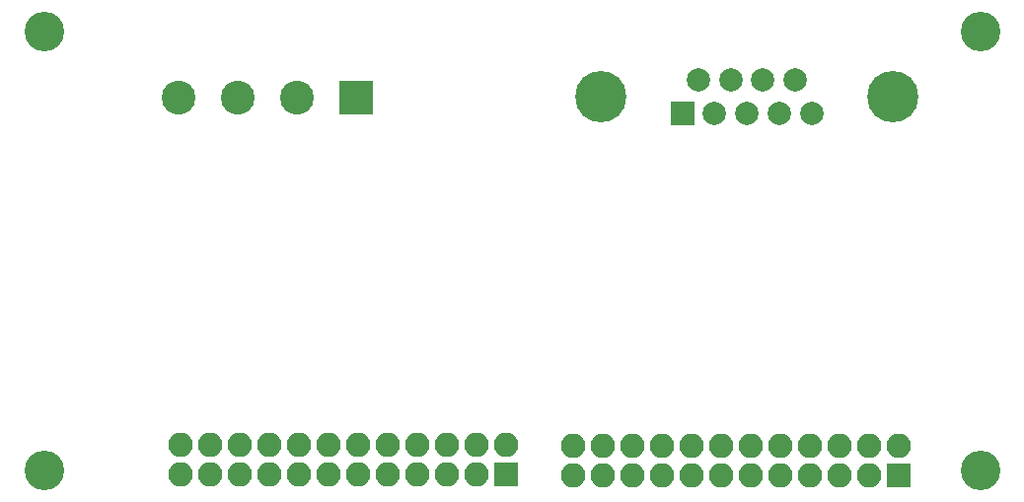
<source format=gbr>
G04 #@! TF.GenerationSoftware,KiCad,Pcbnew,(5.0.0)*
G04 #@! TF.CreationDate,2019-03-26T18:29:11-05:00*
G04 #@! TF.ProjectId,PP_OCT,50505F4F43542E6B696361645F706362,rev?*
G04 #@! TF.SameCoordinates,Original*
G04 #@! TF.FileFunction,Soldermask,Bot*
G04 #@! TF.FilePolarity,Negative*
%FSLAX46Y46*%
G04 Gerber Fmt 4.6, Leading zero omitted, Abs format (unit mm)*
G04 Created by KiCad (PCBNEW (5.0.0)) date 03/26/19 18:29:11*
%MOMM*%
%LPD*%
G01*
G04 APERTURE LIST*
%ADD10C,3.400000*%
%ADD11R,2.100000X2.100000*%
%ADD12O,2.100000X2.100000*%
%ADD13C,2.900000*%
%ADD14R,2.900000X2.900000*%
%ADD15C,4.400000*%
%ADD16C,2.000000*%
%ADD17R,2.000000X2.000000*%
G04 APERTURE END LIST*
D10*
G04 #@! TO.C,REF\002A\002A*
X170950000Y-112470000D03*
G04 #@! TD*
G04 #@! TO.C,REF\002A\002A*
X90620000Y-112470000D03*
G04 #@! TD*
G04 #@! TO.C,REF\002A\002A*
X170950000Y-150140000D03*
G04 #@! TD*
G04 #@! TO.C,REF\002A\002A*
X90620000Y-150140000D03*
G04 #@! TD*
D11*
G04 #@! TO.C,J3*
X163960000Y-150600000D03*
D12*
X136020000Y-148060000D03*
X161420000Y-150600000D03*
X138560000Y-148060000D03*
X158880000Y-150600000D03*
X141100000Y-148060000D03*
X156340000Y-150600000D03*
X143640000Y-148060000D03*
X153800000Y-150600000D03*
X146180000Y-148060000D03*
X151260000Y-150600000D03*
X148720000Y-148060000D03*
X148720000Y-150600000D03*
X151260000Y-148060000D03*
X146180000Y-150600000D03*
X153800000Y-148060000D03*
X143640000Y-150600000D03*
X156340000Y-148060000D03*
X141100000Y-150600000D03*
X158880000Y-148060000D03*
X138560000Y-150600000D03*
X161420000Y-148060000D03*
X136020000Y-150600000D03*
X163960000Y-148060000D03*
G04 #@! TD*
D11*
G04 #@! TO.C,J4*
X130270000Y-150520000D03*
D12*
X102330000Y-147980000D03*
X127730000Y-150520000D03*
X104870000Y-147980000D03*
X125190000Y-150520000D03*
X107410000Y-147980000D03*
X122650000Y-150520000D03*
X109950000Y-147980000D03*
X120110000Y-150520000D03*
X112490000Y-147980000D03*
X117570000Y-150520000D03*
X115030000Y-147980000D03*
X115030000Y-150520000D03*
X117570000Y-147980000D03*
X112490000Y-150520000D03*
X120110000Y-147980000D03*
X109950000Y-150520000D03*
X122650000Y-147980000D03*
X107410000Y-150520000D03*
X125190000Y-147980000D03*
X104870000Y-150520000D03*
X127730000Y-147980000D03*
X102330000Y-150520000D03*
X130270000Y-147980000D03*
G04 #@! TD*
D13*
G04 #@! TO.C,J1*
X102190000Y-118160000D03*
X107270000Y-118160000D03*
X112350000Y-118160000D03*
D14*
X117430000Y-118160000D03*
G04 #@! TD*
D15*
G04 #@! TO.C,J2*
X138430000Y-118060000D03*
X163430000Y-118060000D03*
D16*
X155085000Y-116640000D03*
X152315000Y-116640000D03*
X149545000Y-116640000D03*
X146775000Y-116640000D03*
X156470000Y-119480000D03*
X153700000Y-119480000D03*
X150930000Y-119480000D03*
X148160000Y-119480000D03*
D17*
X145390000Y-119480000D03*
G04 #@! TD*
M02*

</source>
